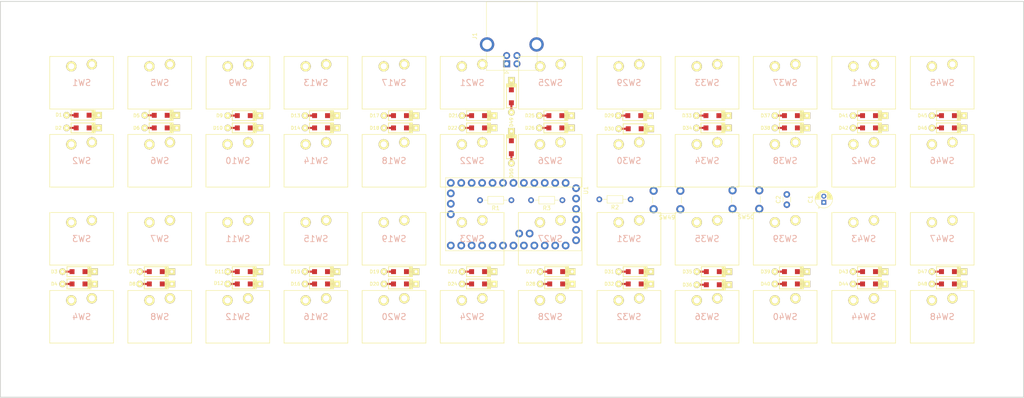
<source format=kicad_pcb>
(kicad_pcb (version 20211014) (generator pcbnew)
  (layers (0 "F.Cu" signal) (31 "B.Cu" signal) (34 "B.Paste" user) (35 "F.Paste" user) (36 "B.SilkS" user "B.Silkscreen") (37 "F.SilkS" user "F.Silkscreen") (38 "B.Mask" user) (39 "F.Mask" user) (44 "Edge.Cuts" user))
  (net 0 "")
  (net 1 "+5V")
  (net 2 "GND")
  (net 3 "COL_0")
  (net 4 "Net-(D2-Pad2)")
  (net 5 "Net-(D3-Pad2)")
  (net 6 "Net-(D4-Pad2)")
  (net 7 "COL_1")
  (net 8 "Net-(D5-Pad2)")
  (net 9 "Net-(D6-Pad2)")
  (net 10 "Net-(D7-Pad2)")
  (net 11 "Net-(D8-Pad2)")
  (net 12 "COL_2")
  (net 13 "Net-(D9-Pad2)")
  (net 14 "Net-(D10-Pad2)")
  (net 15 "Net-(D11-Pad2)")
  (net 16 "Net-(D12-Pad2)")
  (net 17 "COL_3")
  (net 18 "Net-(D13-Pad2)")
  (net 19 "Net-(D14-Pad2)")
  (net 20 "Net-(D15-Pad2)")
  (net 21 "Net-(D16-Pad2)")
  (net 22 "COL_4")
  (net 23 "Net-(D17-Pad2)")
  (net 24 "Net-(D18-Pad2)")
  (net 25 "Net-(D19-Pad2)")
  (net 26 "Net-(D20-Pad2)")
  (net 27 "COL_5")
  (net 28 "Net-(D21-Pad2)")
  (net 29 "Net-(D22-Pad2)")
  (net 30 "Net-(D23-Pad2)")
  (net 31 "Net-(D24-Pad2)")
  (net 32 "COL_6")
  (net 33 "Net-(D25-Pad2)")
  (net 34 "Net-(D26-Pad2)")
  (net 35 "Net-(D27-Pad2)")
  (net 36 "Net-(D28-Pad2)")
  (net 37 "Net-(D1-Pad2)")
  (net 38 "COL_7")
  (net 39 "Net-(D30-Pad2)")
  (net 40 "Net-(D31-Pad2)")
  (net 41 "Net-(D32-Pad2)")
  (net 42 "Net-(D33-Pad2)")
  (net 43 "Net-(D29-Pad2)")
  (net 44 "COL_8")
  (net 45 "Net-(D35-Pad2)")
  (net 46 "Net-(D36-Pad2)")
  (net 47 "Net-(D37-Pad2)")
  (net 48 "Net-(D38-Pad2)")
  (net 49 "COL_9")
  (net 50 "Net-(D39-Pad2)")
  (net 51 "Net-(D40-Pad2)")
  (net 52 "Net-(D41-Pad2)")
  (net 53 "Net-(D42-Pad2)")
  (net 54 "COL_10")
  (net 55 "Net-(D43-Pad2)")
  (net 56 "Net-(D44-Pad2)")
  (net 57 "Net-(D45-Pad2)")
  (net 58 "Net-(D46-Pad2)")
  (net 59 "COL_11")
  (net 60 "Net-(D47-Pad2)")
  (net 61 "Net-(D48-Pad2)")
  (net 62 "Net-(D34-Pad2)")
  (net 63 "Net-(D49-Pad1)")
  (net 64 "D+")
  (net 65 "D-")
  (net 66 "ROW_0")
  (net 67 "ROW_1")
  (net 68 "ROW_2")
  (net 69 "ROW_3")
  (net 70 "RESET")
  (net 71 "BOOT")
  (net 75 "SDA")
  (net 76 "SCL")
  (net 80 "Net-(D50-Pad1)")
  (footprint "keyboard_parts:D_SOD123_axial" (layer "F.Cu") (at 221.8 114 180)
    (fp_text reference "D40")
    (fp_text value "D" hide)
  )
  (footprint "keyboard_parts:ALPS_SKCM" (layer "F.Cu") (at 144.25 84)
    (fp_text reference "SW22")
    (fp_text value "SW_DIP_x01" hide)
  )
  (footprint "keyboard_parts:ALPS_SKCM" (layer "F.Cu") (at 220.4 122)
    (fp_text reference "SW40")
    (fp_text value "SW_DIP_x01" hide)
  )
  (footprint "keyboard_parts:ALPS_SKCM" (layer "F.Cu") (at 87.25 103)
    (fp_text reference "SW11")
    (fp_text value "SW_DIP_x01" hide)
  )
  (footprint "keyboard_parts:D_SOD123_axial" (layer "F.Cu") (at 145.7 114 180)
    (fp_text reference "D24")
    (fp_text value "D" hide)
  )
  (footprint "keyboard_parts:ALPS_SKCM" (layer "F.Cu") (at 220.4 65)
    (fp_text reference "SW37")
    (fp_text value "SW_DIP_x01" hide)
  )
  (footprint "keyboard_parts:ALPS_SKCM" (layer "F.Cu") (at 220.4 103)
    (fp_text reference "SW39")
    (fp_text value "SW_DIP_x01" hide)
  )
  (footprint "keyboard_parts:ALPS_SKCM" (layer "F.Cu") (at 201.4 103)
    (fp_text reference "SW35")
    (fp_text value "SW_DIP_x01" hide)
  )
  (footprint "keyboard_parts:D_SOD123_axial" (layer "F.Cu") (at 221.8 73 180)
    (fp_text reference "D37")
    (fp_text value "D" hide)
  )
  (footprint "keyboard_parts:D_SOD123_axial" (layer "F.Cu") (at 145.7 76 180)
    (fp_text reference "D22")
    (fp_text value "D" hide)
  )
  (footprint "keyboard_parts:ALPS_SKCM" (layer "F.Cu") (at 125.25 103)
    (fp_text reference "SW19")
    (fp_text value "SW_DIP_x01" hide)
  )
  (footprint "keyboard_parts:ALPS_SKCM" (layer "F.Cu") (at 125.25 122)
    (fp_text reference "SW20")
    (fp_text value "SW_DIP_x01" hide)
  )
  (footprint "keyboard_parts:ALPS_SKCM" (layer "F.Cu") (at 87.25 84)
    (fp_text reference "SW10")
    (fp_text value "SW_DIP_x01" hide)
  )
  (footprint "Button_Switch_THT:SW_PUSH_6mm" (layer "F.Cu") (at 194.9 95.8 180)
    (fp_text reference "SW49")
    (fp_text value "RESET")
  )
  (footprint "keyboard_parts:D_SOD123_axial" (layer "F.Cu") (at 107.49 111 180)
    (fp_text reference "D15")
    (fp_text value "D" hide)
  )
  (footprint "keyboard_parts:D_SOD123_axial" (layer "F.Cu") (at 164.7 111 180)
    (fp_text reference "D27")
    (fp_text value "D" hide)
  )
  (footprint "keyboard_parts:D_SOD123_axial" (layer "F.Cu") (at 240.8 76 180)
    (fp_text reference "D42")
    (fp_text value "D" hide)
  )
  (footprint "keyboard_parts:D_SOD123_axial" (layer "F.Cu") (at 153.8 68.3 -90)
    (fp_text reference "D49")
    (fp_text value "3V6" hide)
  )
  (footprint "keyboard_parts:D_SOD123_axial" (layer "F.Cu") (at 88.7 76 180)
    (fp_text reference "D10")
    (fp_text value "D" hide)
  )
  (footprint "keyboard_parts:D_SOD123_axial" (layer "F.Cu") (at 67.3 111 180)
    (fp_text reference "D7")
    (fp_text value "D" hide)
  )
  (footprint "keyboard_parts:D_SOD123_axial" (layer "F.Cu") (at 48.5 111 180)
    (fp_text reference "D3")
    (fp_text value "D" hide)
  )
  (footprint "keyboard_parts:ALPS_SKCM" (layer "F.Cu") (at 68.25 65)
    (fp_text reference "SW5")
    (fp_text value "SW_DIP_x01" hide)
  )
  (footprint "keyboard_parts:ALPS_SKCM" (layer "F.Cu") (at 49.25 122)
    (fp_text reference "SW4")
    (fp_text value "SW_DIP_x01" hide)
  )
  (footprint "keyboard_parts:ALPS_SKCM" (layer "F.Cu") (at 201.4 122)
    (fp_text reference "SW36")
    (fp_text value "SW_DIP_x01" hide)
  )
  (footprint "keyboard_parts:ALPS_SKCM" (layer "F.Cu") (at 220.4 84)
    (fp_text reference "SW38")
    (fp_text value "SW_DIP_x01" hide)
  )
  (footprint "ARDUINO_PRO_MINI:MODULE_ARDUINO_PRO_MINI" (layer "F.Cu") (at 154.3 97.02 -90)
    (fp_text reference "U1")
    (fp_text value "ARDUINO_PRO_MINI")
  )
  (footprint "keyboard_parts:D_SOD123_axial" (layer "F.Cu") (at 240.8 114 180)
    (fp_text reference "D44")
    (fp_text value "D" hide)
  )
  (footprint "keyboard_parts:ALPS_SKCM" (layer "F.Cu") (at 258.6 122)
    (fp_text reference "SW48")
    (fp_text value "SW_DIP_x01" hide)
  )
  (footprint "keyboard_parts:D_SOD123_axial" (layer "F.Cu") (at 145.7 111 180)
    (fp_text reference "D23")
    (fp_text value "D" hide)
  )
  (footprint "keyboard_parts:ALPS_SKCM" (layer "F.Cu") (at 201.4 65)
    (fp_text reference "SW33")
    (fp_text value "SW_DIP_x01" hide)
  )
  (footprint "keyboard_parts:D_SOD123_axial" (layer "F.Cu") (at 126.7 111 180)
    (fp_text reference "D19")
    (fp_text value "D" hide)
  )
  (footprint "keyboard_parts:D_SOD123_axial" (layer "F.Cu") (at 126.7 76 180)
    (fp_text reference "D18")
    (fp_text value "D" hide)
  )
  (footprint "keyboard_parts:ALPS_SKCM" (layer "F.Cu") (at 144.25 103)
    (fp_text reference "SW23")
    (fp_text value "SW_DIP_x01" hide)
  )
  (footprint "keyboard_parts:D_SOD123_axial" (layer "F.Cu") (at 107.5 73 180)
    (fp_text reference "D13")
    (fp_text value "D" hide)
  )
  (footprint "Button_Switch_THT:SW_PUSH_6mm" (layer "F.Cu") (at 214.1 95.7 180)
    (fp_text reference "SW50")
    (fp_text value "BOOT")
  )
  (footprint "keyboard_parts:D_SOD123_axial" (layer "F.Cu") (at 183.8 114 180)
    (fp_text reference "D32")
    (fp_text value "D" hide)
  )
  (footprint "keyboard_parts:D_SOD123_axial" (layer "F.Cu") (at 107.5 114 180)
    (fp_text reference "D16")
    (fp_text value "D" hide)
  )
  (footprint "Resistor_THT:R_Axial_DIN0204_L3.6mm_D1.6mm_P7.62mm_Horizontal" (layer "F.Cu") (at 182.81 93.4 180)
    (fp_text reference "R2")
    (fp_text value "68")
  )
  (footprint "keyboard_parts:D_SOD123_axial" (layer "F.Cu") (at 49.5 72.9 180)
    (fp_text reference "D1")
    (fp_text value "D" hide)
  )
  (footprint "keyboard_parts:ALPS_SKCM" (layer "F.Cu") (at 144.25 65)
    (fp_text reference "SW21")
    (fp_text value "SW_DIP_x01" hide)
  )
  (footprint "keyboard_parts:D_SOD123_axial" (layer "F.Cu") (at 183.8 76.2 180)
    (fp_text reference "D30")
    (fp_text value "D" hide)
  )
  (footprint "keyboard_parts:ALPS_SKCM" (layer "F.Cu") (at 125.25 84)
    (fp_text reference "SW18")
    (fp_text value "SW_DIP_x01" hide)
  )
  (footprint "keyboard_parts:D_SOD123_axial" (layer "F.Cu") (at 260 76 180)
    (fp_text reference "D46")
    (fp_text value "D" hide)
  )
  (footprint "keyboard_parts:D_SOD123_axial" (layer "F.Cu") (at 107.5 76 180)
    (fp_text reference "D14")
    (fp_text value "D" hide)
  )
  (footprint "keyboard_parts:ALPS_SKCM" (layer "F.Cu") (at 49.25 84)
    (fp_text reference "SW2")
    (fp_text value "SW_DIP_x01" hide)
  )
  (footprint "keyboard_parts:D_SOD123_axial" (layer "F.Cu") (at 202.8 111 180)
    (fp_text reference "D35")
    (fp_text value "D" hide)
  )
  (footprint "keyboard_parts:D_SOD123_axial" (layer "F.Cu") (at 67.3 114 180)
    (fp_text reference "D8")
    (fp_text value "D" hide)
  )
  (footprint "keyboard_parts:ALPS_SKCM" (layer "F.Cu") (at 87.3 65)
    (fp_text reference "SW9")
    (fp_text value "SW_DIP_x01" hide)
  )
  (footprint "keyboard_parts:D_SOD123_axial" (layer "F.Cu") (at 202.7 76 180)
    (fp_text reference "D34")
    (fp_text value "D" hide)
  )
  (footprint "keyboard_parts:ALPS_SKCM" (layer "F.Cu") (at 87.25 122)
    (fp_text reference "SW12")
    (fp_text value "SW_DIP_x01" hide)
  )
  (footprint "keyboard_parts:D_SOD123_axial" (layer "F.Cu") (at 183.8 111 180)
    (fp_text reference "D31")
    (fp_text value "D" hide)
  )
  (footprint "keyboard_parts:D_SOD123_axial" (layer "F.Cu") (at 260 111 180)
    (fp_text reference "D47")
    (fp_text value "D" hide)
  )
  (footprint "Resistor_THT:R_Axial_DIN0204_L3.6mm_D1.6mm_P7.62mm_Horizontal" (layer "F.Cu") (at 153.8 93.6 180)
    (fp_text reference "R1")
    (fp_text value "2k2")
  )
  (footprint "keyboard_parts:ALPS_SKCM" (layer "F.Cu") (at 182.4 122)
    (fp_text reference "SW32")
    (fp_text value "SW_DIP_x01" hide)
  )
  (footprint "keyboard_parts:ALPS_SKCM" (layer "F.Cu") (at 258.6 103)
    (fp_text reference "SW47")
    (fp_text value "SW_DIP_x01" hide)
  )
  (footprint "keyboard_parts:ALPS_SKCM" (layer "F.Cu") (at 201.4 84)
    (fp_text reference "SW34")
    (fp_text value "SW_DIP_x01" hide)
  )
  (footprint "Capacitor_THT:C_Disc_D3.0mm_W1.6mm_P2.50mm" (layer "F.Cu") (at 220.8 94.7 90)
    (fp_text reference "C2")
    (fp_text value "C")
  )
  (footprint "keyboard_parts:D_SOD123_axial" (layer "F.Cu") (at 126.7 73 180)
    (fp_text reference "D17")
    (fp_text value "D" hide)
  )
  (footprint "keyboard_parts:ALPS_SKCM" (layer "F.Cu") (at 239.5 65)
    (fp_text reference "SW41")
    (fp_text value "SW_DIP_x01" hide)
  )
  (footprint "keyboard_parts:D_SOD123_axial" (layer "F.Cu") (at 260 73 180)
    (fp_text reference "D45")
    (fp_text value "D" hide)
  )
  (footprint "keyboard_parts:D_SOD123_axial" (layer "F.Cu") (at 164.5 76 180)
    (fp_text reference "D26")
    (fp_text value "D" hide)
  )
  (footprint "keyboard_parts:D_SOD123_axial" (layer "F.Cu") (at 183.7 73 180)
    (fp_text reference "D29")
    (fp_text value "D" hide)
  )
  (footprint "keyboard_parts:ALPS_SKCM" (layer "F.Cu") (at 106.25 103)
    (fp_text reference "SW15")
    (fp_text value "SW_DIP_x01" hide)
  )
  (footprint "keyboard_parts:ALPS_SKCM" (layer "F.Cu") (at 163.25 84)
    (fp_text reference "SW26")
    (fp_text value "SW_DIP_x01" hide)
  )
  (footprint "keyboard_parts:ALPS_SKCM" (layer "F.Cu") (at 182.4 103)
    (fp_text reference "SW31")
    (fp_text value "SW_DIP_x01" hide)
  )
  (footprint "keyboard_parts:ALPS_SKCM" (layer "F.Cu") (at 163.25 103)
    (fp_text reference "SW27")
    (fp_text value "SW_DIP_x01" hide)
  )
  (footprint "keyboard_parts:D_SOD123_axial" (layer "F.Cu") (at 68.5 76 180)
    (fp_text reference "D6")
    (fp_text value "D" hide)
  )
  (footprint "keyboard_parts:ALPS_SKCM" (layer "F.Cu") (at 68.25 84)
    (fp_text reference "SW6")
    (fp_text value "SW_DIP_x01" hide)
  )
  (footprint "keyboard_parts:ALPS_SKCM" (layer "F.Cu") (at 163.25 122)
    (fp_text reference "SW28")
    (fp_text value "SW_DIP_x01" hide)
  )
  (footprint "keyboard_parts:ALPS_SKCM" (layer "F.Cu") (at 163.3 65)
    (fp_text reference "SW25")
    (fp_text value "SW_DIP_x01" hide)
  )
  (footprint "keyboard_parts:ALPS_SKCM" (layer "F.Cu") (at 49.25 103)
    (fp_text reference "SW3")
    (fp_text value "SW_DIP_x01" hide)
  )
  (footprint "keyboard_parts:D_SOD123_axial" (layer "F.Cu") (at 240.8 73 180)
    (fp_text reference "D41")
    (fp_text value "D" hide)
  )
  (footprint "keyboard_parts:ALPS_SKCM" (layer "F.Cu") (at 106.25 65)
    (fp_text reference "SW13")
    (fp_text value "SW_DIP_x01" hide)
  )
  (footprint "keyboard_parts:D_SOD123_axial" (layer "F.Cu") (at 164.7 114 180)
    (fp_text reference "D28")
    (fp_text value "D" hide)
  )
  (footprint "keyboard_parts:ALPS_SKCM" (layer "F.Cu") (at 258.6 65)
    (fp_text reference "SW45")
    (fp_text value "SW_DIP_x01" hide)
  )
  (footprint "keyboard_parts:D_SOD123_axial" (layer "F.Cu") (at 260 114 180)
    (fp_text reference "D48")
    (fp_text value "D" hide)
  )
  (footprint "keyboard_parts:D_SOD123_axial" (layer "F.Cu") (at 48.5 114 180)
    (fp_text reference "D4")
    (fp_text value "D" hide)
  )
  (footprint "keyboard_parts:ALPS_SKCM" (layer "F.Cu") (at 239.5 122)
    (fp_text reference "SW44")
    (fp_text value "SW_DIP_x01" hide)
  )
  (footprint "keyboard_parts:D_SOD123_axial" (layer "F.Cu") (at 145.7 73 180)
    (fp_text reference "D21")
    (fp_text value "D" hide)
  )
  (footprint "keyboard_parts:D_SOD123_axial" (layer "F.Cu") (at 88.7 73 180)
    (fp_text reference "D9")
    (fp_text value "D" hide)
  )
  (footprint "keyboard_parts:ALPS_SKCM" (layer "F.Cu") (at 68.25 122)
    (fp_text reference "SW8")
    (fp_text value "SW_DIP_x01" hide)
  )
  (footprint "keyboard_parts:D_SOD123_axial" (layer "F.Cu") (at 202.7 73 180)
    (fp_text reference "D33")
    (fp_text value "D" hide)
  )
  (footprint "keyboard_parts:ALPS_SKCM" (layer "F.Cu") (at 182.4 84)
    (fp_text reference "SW30")
    (fp_text value "SW_DIP_x01" hide)
  )
  (footprint "keyboard_parts:ALPS_SKCM" (layer "F.Cu") (at 68.25 103)
    (fp_text reference "SW7")
    (fp_text value "SW_DIP_x01" hide)
  )
  (footprint "keyboard_parts:D_SOD123_axial" (layer "F.Cu") (at 68.5 72.925 180)
    (fp_text reference "D5")
    (fp_text value "D" hide)
  )
  (footprint "keyboard_parts:D_SOD123_axial" (layer "F.Cu") (at 88.7 111 180)
    (fp_text reference "D11")
    (fp_text value "D" hide)
  )
  (footprint "keyboard_parts:D_SOD123_axial" (layer "F.Cu") (at 153.8 80.7 -90)
    (fp_text reference "D50")
    (fp_text value "3V6" hide)
  )
  (footprint "keyboard_parts:ALPS_SKCM" (layer "F.Cu") (at 239.5 103)
    (fp_text reference "SW43")
    (fp_text value "SW_DIP_x01" hide)
  )
  (footprint "keyboard_parts:ALPS_SKCM" (layer "F.Cu") (at 258.6 84)
    (fp_text reference "SW46")
    (fp_text value "SW_DIP_x01" hide)
  )
  (footprint "Capacitor_THT:CP_Radial_D4.0mm_P1.50mm" (layer "F.Cu") (at 229.8 94.122599 90)
    (fp_text reference "C1")
    (fp_text value "C_Polarized")
  )
  (footprint "keyboard_parts:ALPS_SKCM_reverse_pad" (layer "F.Cu") (at 49.25 65)
    (fp_text reference "SW1")
    (fp_text value "SW_DIP_x01" hide)
  )
  (footprint "keyboard_parts:D_SOD123_axial" (layer "F.Cu") (at 164.5 73 180)
    (fp_text reference "D25")
    (fp_text value "D" hide)
  )
  (footprint "keyboard_parts:ALPS_SKCM" (layer "F.Cu") (at 106.25 84)
    (fp_text reference "SW14")
    (fp_text value "SW_DIP_x01" hide)
  )
  (footprint "keyboard_parts:ALPS_SKCM" (layer "F.Cu") (at 106.25 122)
    (fp_text reference "SW16")
    (fp_text value "SW_DIP_x01" hide)
  )
  (footprint "keyboard_parts:D_SOD123_axial" (layer "F.Cu") (at 88.7 114 180)
    (fp_text reference "D12")
    (fp_text value "D" hide)
  )
  (footprint "Resistor_THT:R_Axial_DIN0204_L3.6mm_D1.6mm_P7.62mm_Horizontal" (layer "F.Cu") (at 166.21 93.6 180)
    (fp_text reference "R3")
    (fp_text value "68")
  )
  (footprint "keyboard_parts:ALPS_SKCM" (layer "F.Cu") (at 144.25 122)
    (fp_text reference "SW24")
    (fp_text value "SW_DIP_x01" hide)
  )
  (footprint "keyboard_parts:D_SOD123_axial" (layer "F.Cu") (at 240.8 111 180)
    (fp_text reference "D43")
    (fp_text value "D" hide)
  )
  (footprint "keyboard_parts:D_SOD123_axial" (layer "F.Cu") (at 221.8 76 180)
    (fp_text reference "D38")
    (fp_text value "D" hide)
  )
  (footprint "keyboard_parts:D_SOD123_axial" (layer "F.Cu") (at 126.7 114 180)
    (fp_text reference "D20")
    (fp_text value "D" hide)
  )
  (footprint "Connector_USB:USB_B_OST_USB-B1HSxx_Horizontal" (layer "F.Cu") (at 152.65 60.3775 90)
    (fp_text reference "J1")
    (fp_text value "USB_B")
  )
  (footprint "keyboard_parts:D_SOD123_axial" (layer "F.Cu") (at 221.8 111 180)
    (fp_text reference "D39")
    (fp_text value "D" hide)
  )
  (footprint "keyboard_parts:D_SOD123_axial" (layer "F.Cu") (at 202.8 114.2 180)
    (fp_text reference "D36")
    (fp_text value "D" hide)
  )
  (footprint "keyboard_parts:ALPS_SKCM" (layer "F.Cu") (at 125.25 65)
    (fp_text reference "SW17")
    (fp_text value "SW_DIP_x01" hide)
  )
  (footprint "keyboard_parts:ALPS_SKCM" (layer "F.Cu") (at 239.5 84)
    (fp_text reference "SW42")
    (fp_text value "SW_DIP_x01" hide)
  )
  (footprint "keyboard_parts:D_SOD123_axial" (layer "F.Cu") (at 49.5 76 180)
    (fp_text reference "D2")
    (fp_text value "D" hide)
  )
  (footprint "keyboard_parts:ALPS_SKCM" (layer "F.Cu") (at 182.4 65)
    (fp_text reference "SW29")
    (fp_text value "SW_DIP_x01" hide)
  )
  (gr_rect (start 29.5 45.2) (end 278.4 141.6) (layer "Edge.Cuts") (width 0.2) (fill none))
)
</source>
